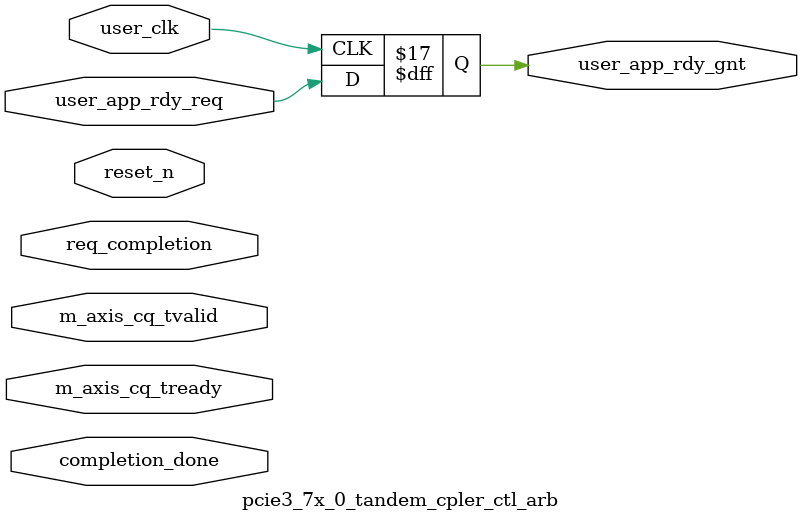
<source format=v>
`timescale 1ps/1ps

module pcie3_7x_0_tandem_cpler_ctl_arb #(
  parameter C_DATA_WIDTH = 64,                // RX/TX interface data width
  parameter TCQ = 1
) (
  input               user_clk,
  input               reset_n,

  input               m_axis_cq_tready,
  input               m_axis_cq_tvalid,

  input               user_app_rdy_req,
  // Register must be initialized to zero so that it becomes a one-shot register
  output reg          user_app_rdy_gnt = 1'b0,

  input               req_completion,
  input               completion_done

  );

  reg                 rx_cq_busy;
  reg                 rx_completion_busy;
  wire                rx_cq_start_busy;

  localparam          SOF = 40;

  // start of packet signal
  assign rx_cq_start_busy = (m_axis_cq_tready && m_axis_cq_tvalid);

  //  Create the busy signals
  //    - rx_cq_busy
  //        - goes high one cycle after start_busy
  //        - goes low 1 cycle after valid goes low
  //        - The one cycle delay is relevant in order to allow for a completion start in that cycle.
  //    - rx_completion_busy
  //        - goes high one cycle after req_completion
  //        - goes low on the same clock that done asserts
  //        - The one cycle delay is not required since no dependent transactions will follow.
  always @ ( posedge user_clk ) begin
    if (!reset_n ) begin
      rx_cq_busy <= #TCQ 1'b0;
      rx_completion_busy <= #TCQ 1'b0;
    end else begin
      rx_cq_busy <= #TCQ (rx_cq_start_busy || rx_cq_busy) ? m_axis_cq_tvalid : 1'b0;
      rx_completion_busy <= #TCQ (req_completion || rx_completion_busy) ? ~completion_done : 1'b0;
    end
  end

  //  Grant access to user_app when requested and not busy
  //  Oneshot-register, after it goes high it will stay high
  always @ ( posedge user_clk ) begin
    // req_completion should not be required since it shold overlap with rx_cq_busy, but it can't hurt.
    //if (user_app_rdy_req && !rx_cq_start_busy && !rx_cq_busy && !req_completion && !rx_completion_busy) begin
      user_app_rdy_gnt <= user_app_rdy_req;
    //end
  end

endmodule // pcie_7x_v1_7_tandem_cpler_ctl_arb

</source>
